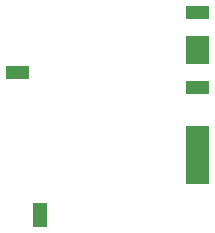
<source format=gbr>
G04 #@! TF.GenerationSoftware,KiCad,Pcbnew,5.1.4+dfsg1-1~bpo10+1*
G04 #@! TF.CreationDate,2020-08-02T09:01:36+02:00*
G04 #@! TF.ProjectId,stlink3-flash,73746c69-6e6b-4332-9d66-6c6173682e6b,rev?*
G04 #@! TF.SameCoordinates,Original*
G04 #@! TF.FileFunction,Soldermask,Top*
G04 #@! TF.FilePolarity,Negative*
%FSLAX46Y46*%
G04 Gerber Fmt 4.6, Leading zero omitted, Abs format (unit mm)*
G04 Created by KiCad (PCBNEW 5.1.4+dfsg1-1~bpo10+1) date 2020-08-02 09:01:36*
%MOMM*%
%LPD*%
G04 APERTURE LIST*
%ADD10C,0.100000*%
G04 APERTURE END LIST*
D10*
G36*
X85674400Y-66408500D02*
G01*
X84505600Y-66408500D01*
X84505600Y-64401500D01*
X85674400Y-64401500D01*
X85674400Y-66408500D01*
X85674400Y-66408500D01*
G37*
G36*
X99428500Y-62814400D02*
G01*
X97421500Y-62814400D01*
X97421500Y-57835600D01*
X99428500Y-57835600D01*
X99428500Y-62814400D01*
X99428500Y-62814400D01*
G37*
G36*
X99428500Y-55194400D02*
G01*
X97421500Y-55194400D01*
X97421500Y-54025600D01*
X99428500Y-54025600D01*
X99428500Y-55194400D01*
X99428500Y-55194400D01*
G37*
G36*
X84188500Y-53924400D02*
G01*
X82181500Y-53924400D01*
X82181500Y-52755600D01*
X84188500Y-52755600D01*
X84188500Y-53924400D01*
X84188500Y-53924400D01*
G37*
G36*
X99428500Y-52654400D02*
G01*
X97421500Y-52654400D01*
X97421500Y-50215600D01*
X99428500Y-50215600D01*
X99428500Y-52654400D01*
X99428500Y-52654400D01*
G37*
G36*
X99428500Y-48844400D02*
G01*
X97421500Y-48844400D01*
X97421500Y-47675600D01*
X99428500Y-47675600D01*
X99428500Y-48844400D01*
X99428500Y-48844400D01*
G37*
M02*

</source>
